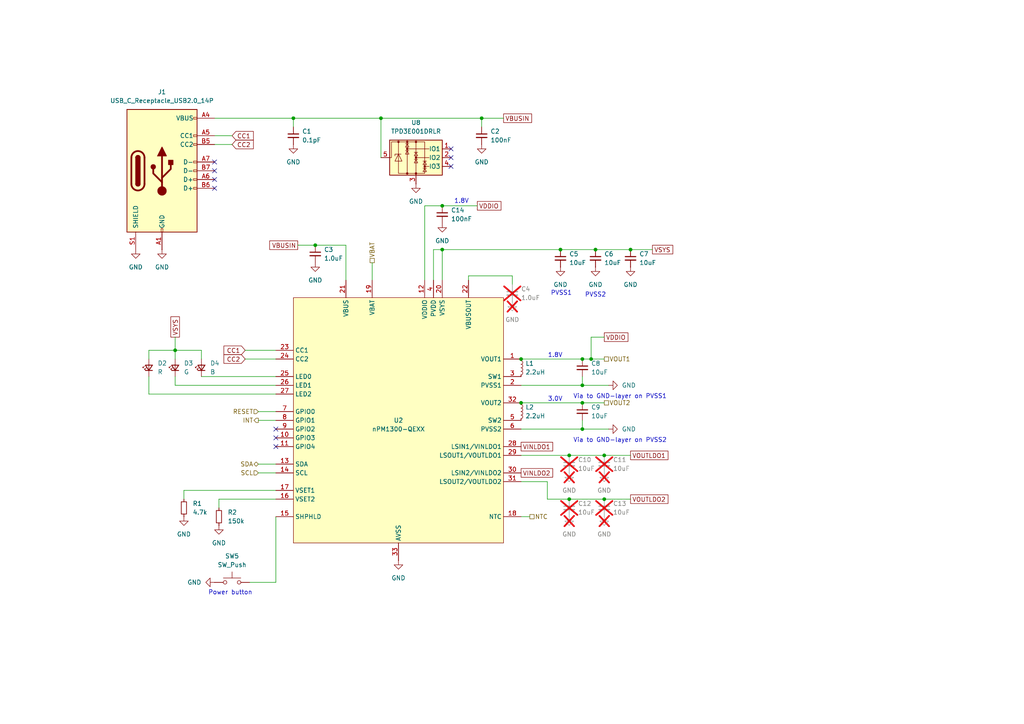
<source format=kicad_sch>
(kicad_sch (version 20231120) (generator "eeschema") (generator_version "8.0")
  (paper "A4")
  (lib_symbols
    (symbol "Connector:USB_C_Receptacle_USB2.0_14P" (pin_names (offset 1.016))
      (property "Reference" "J" (at 0 22.225 0))
      (property "Value" "USB_C_Receptacle_USB2.0_14P" (at 0 19.685 0))
      (symbol "USB_C_Receptacle_USB2.0_14P_0_0"
        (rectangle (start -0.254 -17.78) (end 0.254 -16.764))
        (rectangle (start 10.16 -4.826) (end 9.144 -5.334))
        (rectangle (start 10.16 -2.286) (end 9.144 -2.794))
        (rectangle (start 10.16 0.254) (end 9.144 -0.254))
        (rectangle (start 10.16 2.794) (end 9.144 2.286))
        (rectangle (start 10.16 7.874) (end 9.144 7.366))
        (rectangle (start 10.16 10.414) (end 9.144 9.906))
        (rectangle (start 10.16 15.494) (end 9.144 14.986))
      )
      (symbol "USB_C_Receptacle_USB2.0_14P_0_1"
        (rectangle (start -10.16 17.78) (end 10.16 -17.78) (stroke (width 0.254)) (fill (type background)))
        (arc (start -8.89 -3.81) (mid -6.985 -5.7067) (end -5.08 -3.81) (stroke (width 0.508)))
        (arc (start -7.62 -3.81) (mid -6.985 -4.4423) (end -6.35 -3.81) (stroke (width 0.254)))
        (arc (start -7.62 -3.81) (mid -6.985 -4.4423) (end -6.35 -3.81) (stroke (width 0.254)) (fill (type outline)))
        (rectangle (start -7.62 -3.81) (end -6.35 3.81) (stroke (width 0.254)) (fill (type outline)))
        (arc (start -6.35 3.81) (mid -6.985 4.4423) (end -7.62 3.81) (stroke (width 0.254)))
        (arc (start -6.35 3.81) (mid -6.985 4.4423) (end -7.62 3.81) (stroke (width 0.254)) (fill (type outline)))
        (arc (start -5.08 3.81) (mid -6.985 5.7067) (end -8.89 3.81) (stroke (width 0.508)))
        (circle (center -2.54 1.143) (radius 0.635) (stroke (width 0.254)) (fill (type outline)))
        (circle (center 0 -5.842) (radius 1.27) (fill (type outline)))
        (polyline (pts (xy -8.89 -3.81) (xy -8.89 3.81)) (stroke (width 0.508)))
        (polyline (pts (xy -5.08 3.81) (xy -5.08 -3.81)) (stroke (width 0.508)))
        (polyline (pts (xy 0 -5.842) (xy 0 4.318)) (stroke (width 0.508)))
        (polyline (pts (xy 0 -3.302) (xy -2.54 -0.762) (xy -2.54 0.508)) (stroke (width 0.508)))
        (polyline (pts (xy 0 -2.032) (xy 2.54 0.508) (xy 2.54 1.778)) (stroke (width 0.508)))
        (polyline (pts (xy -1.27 4.318) (xy 0 6.858) (xy 1.27 4.318) (xy -1.27 4.318)) (stroke (width 0.254)) (fill (type outline)))
        (rectangle (start 1.905 1.778) (end 3.175 3.048) (stroke (width 0.254)) (fill (type outline)))
      )
      (symbol "USB_C_Receptacle_USB2.0_14P_1_1"
        (pin passive line (at 0 -22.86 90) (length 5.08) (name "GND") (number "A1"))
        (pin passive line (at 0 -22.86 90) (length 5.08) hide (name "GND") (number "A12"))
        (pin passive line (at 15.24 15.24 180) (length 5.08) (name "VBUS") (number "A4"))
        (pin bidirectional line (at 15.24 10.16 180) (length 5.08) (name "CC1") (number "A5"))
        (pin bidirectional line (at 15.24 -2.54 180) (length 5.08) (name "D+") (number "A6"))
        (pin bidirectional line (at 15.24 2.54 180) (length 5.08) (name "D-") (number "A7"))
        (pin passive line (at 15.24 15.24 180) (length 5.08) hide (name "VBUS") (number "A9"))
        (pin passive line (at 0 -22.86 90) (length 5.08) hide (name "GND") (number "B1"))
        (pin passive line (at 0 -22.86 90) (length 5.08) hide (name "GND") (number "B12"))
        (pin passive line (at 15.24 15.24 180) (length 5.08) hide (name "VBUS") (number "B4"))
        (pin bidirectional line (at 15.24 7.62 180) (length 5.08) (name "CC2") (number "B5"))
        (pin bidirectional line (at 15.24 -5.08 180) (length 5.08) (name "D+") (number "B6"))
        (pin bidirectional line (at 15.24 0 180) (length 5.08) (name "D-") (number "B7"))
        (pin passive line (at 15.24 15.24 180) (length 5.08) hide (name "VBUS") (number "B9"))
        (pin passive line (at -7.62 -22.86 90) (length 5.08) (name "SHIELD") (number "S1"))
      )
    )
    (symbol "Device:C_Small" (pin_numbers hide) (pin_names (offset 0.254) hide)
      (property "Reference" "C" (at 0.254 1.778 0))
      (property "Value" "C_Small" (at 0.254 -2.032 0))
      (symbol "C_Small_0_1"
        (polyline (pts (xy -1.524 -0.508) (xy 1.524 -0.508)) (stroke (width 0.3302)))
        (polyline (pts (xy -1.524 0.508) (xy 1.524 0.508)) (stroke (width 0.3048)))
      )
      (symbol "C_Small_1_1"
        (pin passive line (at 0 2.54 270) (length 2.032) (name "~") (number "1"))
        (pin passive line (at 0 -2.54 90) (length 2.032) (name "~") (number "2"))
      )
    )
    (symbol "Device:LED_Small" (pin_numbers hide) (pin_names (offset 0.254) hide)
      (property "Reference" "D" (at -1.27 3.175 0))
      (property "Value" "LED_Small" (at -4.445 -2.54 0))
      (symbol "LED_Small_0_1"
        (polyline (pts (xy -0.762 -1.016) (xy -0.762 1.016)) (stroke (width 0.254)))
        (polyline (pts (xy 1.016 0) (xy -0.762 0)))
        (polyline (pts (xy 0.762 -1.016) (xy -0.762 0) (xy 0.762 1.016) (xy 0.762 -1.016)) (stroke (width 0.254)))
        (polyline (pts (xy 0 0.762) (xy -0.508 1.27) (xy -0.254 1.27) (xy -0.508 1.27) (xy -0.508 1.016)))
        (polyline (pts (xy 0.508 1.27) (xy 0 1.778) (xy 0.254 1.778) (xy 0 1.778) (xy 0 1.524)))
      )
      (symbol "LED_Small_1_1"
        (pin passive line (at -2.54 0 0) (length 1.778) (name "K") (number "1"))
        (pin passive line (at 2.54 0 180) (length 1.778) (name "A") (number "2"))
      )
    )
    (symbol "Device:L_Small" (pin_numbers hide) (pin_names (offset 0.254) hide)
      (property "Reference" "L" (at 0.762 1.016 0))
      (property "Value" "L_Small" (at 0.762 -1.016 0))
      (symbol "L_Small_0_1"
        (arc (start 0 -2.032) (mid 0.5058 -1.524) (end 0 -1.016))
        (arc (start 0 -1.016) (mid 0.5058 -0.508) (end 0 0))
        (arc (start 0 0) (mid 0.5058 0.508) (end 0 1.016))
        (arc (start 0 1.016) (mid 0.5058 1.524) (end 0 2.032))
      )
      (symbol "L_Small_1_1"
        (pin passive line (at 0 2.54 270) (length 0.508) (name "~") (number "1"))
        (pin passive line (at 0 -2.54 90) (length 0.508) (name "~") (number "2"))
      )
    )
    (symbol "Device:R_Small" (pin_numbers hide) (pin_names (offset 0.254) hide)
      (property "Reference" "R" (at 0.762 0.508 0))
      (property "Value" "R_Small" (at 0.762 -1.016 0))
      (symbol "R_Small_0_1"
        (rectangle (start -0.762 1.778) (end 0.762 -1.778) (stroke (width 0.2032)))
      )
      (symbol "R_Small_1_1"
        (pin passive line (at 0 2.54 270) (length 0.762) (name "~") (number "1"))
        (pin passive line (at 0 -2.54 90) (length 0.762) (name "~") (number "2"))
      )
    )
    (symbol "PCM_nordic-lib-kicad-npm:nPM1300-QEXX"
      (property "Reference" "U" (at 0 0 0))
      (property "Value" "nPM1300-QEXX" (at 0 -2.54 0))
      (symbol "nPM1300-QEXX_0_0"
        (pin power_out line (at 35.56 17.78 180) (length 5.08) (name "VOUT1") (number "1"))
        (pin bidirectional line (at -35.56 -5.08 0) (length 5.08) (name "GPIO3") (number "10"))
        (pin bidirectional line (at -35.56 -7.62 0) (length 5.08) (name "GPIO4") (number "11"))
        (pin power_in line (at 7.62 40.64 270) (length 5.08) (name "VDDIO") (number "12"))
        (pin bidirectional line (at -35.56 -12.7 0) (length 5.08) (name "SDA") (number "13"))
        (pin bidirectional line (at -35.56 -15.24 0) (length 5.08) (name "SCL") (number "14"))
        (pin input line (at -35.56 -27.94 0) (length 5.08) (name "SHPHLD") (number "15"))
        (pin passive line (at -35.56 -22.86 0) (length 5.08) (name "VSET2") (number "16"))
        (pin passive line (at -35.56 -20.32 0) (length 5.08) (name "VSET1") (number "17"))
        (pin passive line (at 35.56 -27.94 180) (length 5.08) (name "NTC") (number "18"))
        (pin power_in line (at -7.62 40.64 270) (length 5.08) (name "VBAT") (number "19"))
        (pin power_out line (at 12.7 40.64 270) (length 5.08) (name "VSYS") (number "20"))
        (pin power_in line (at -15.24 40.64 270) (length 5.08) (name "VBUS") (number "21"))
        (pin power_out line (at 20.32 40.64 270) (length 5.08) (name "VBUSOUT") (number "22"))
        (pin bidirectional line (at -35.56 20.32 0) (length 5.08) (name "CC1") (number "23"))
        (pin bidirectional line (at -35.56 17.78 0) (length 5.08) (name "CC2") (number "24"))
        (pin open_collector line (at -35.56 12.7 0) (length 5.08) (name "LED0") (number "25"))
        (pin open_collector line (at -35.56 10.16 0) (length 5.08) (name "LED1") (number "26"))
        (pin open_collector line (at -35.56 7.62 0) (length 5.08) (name "LED2") (number "27"))
        (pin output line (at 35.56 -10.16 180) (length 5.08) (name "LSOUT1/VOUTLDO1") (number "29"))
        (pin passive line (at 35.56 12.7 180) (length 5.08) (name "SW1") (number "3"))
        (pin input line (at 35.56 -15.24 180) (length 5.08) (name "LSIN2/VINLDO2") (number "30"))
        (pin output line (at 35.56 -17.78 180) (length 5.08) (name "LSOUT2/VOUTLDO2") (number "31"))
        (pin power_out line (at 35.56 5.08 180) (length 5.08) (name "VOUT2") (number "32"))
        (pin power_in line (at 0 -40.64 90) (length 5.08) (name "AVSS") (number "33"))
        (pin power_in line (at 10.16 40.64 270) (length 5.08) (name "PVDD") (number "4"))
        (pin passive line (at 35.56 0 180) (length 5.08) (name "SW2") (number "5"))
        (pin bidirectional line (at -35.56 2.54 0) (length 5.08) (name "GPIO0") (number "7"))
        (pin bidirectional line (at -35.56 0 0) (length 5.08) (name "GPIO1") (number "8"))
        (pin bidirectional line (at -35.56 -2.54 0) (length 5.08) (name "GPIO2") (number "9"))
      )
      (symbol "nPM1300-QEXX_1_0"
        (pin power_in line (at 35.56 10.16 180) (length 5.08) (name "PVSS1") (number "2"))
        (pin input line (at 35.56 -7.62 180) (length 5.08) (name "LSIN1/VINLDO1") (number "28"))
        (pin power_in line (at 35.56 -2.54 180) (length 5.08) (name "PVSS2") (number "6"))
      )
      (symbol "nPM1300-QEXX_1_1"
        (rectangle (start -30.48 35.56) (end 30.48 -35.56) (fill (type background)))
      )
    )
    (symbol "Power_Protection:TPD3E001DRLR"
      (property "Reference" "U" (at -5.08 6.35 0))
      (property "Value" "TPD3E001DRLR" (at 8.89 -7.62 0))
      (symbol "TPD3E001DRLR_0_1"
        (rectangle (start -7.62 5.08) (end 7.62 -5.08) (stroke (width 0.254)) (fill (type background)))
        (circle (center -5.08 4.572) (radius 0.254) (fill (type outline)))
        (circle (center -2.54 -4.572) (radius 0.254) (fill (type outline)))
        (circle (center -2.54 2.54) (radius 0.254) (fill (type outline)))
        (circle (center -2.54 4.572) (radius 0.254) (fill (type outline)))
        (circle (center 0 -4.572) (radius 0.254) (fill (type outline)))
        (polyline (pts (xy -2.54 2.54) (xy 3.81 2.54)))
        (polyline (pts (xy -2.54 4.572) (xy -2.54 -4.572)))
        (polyline (pts (xy -2.032 2.032) (xy -3.048 2.032)))
        (polyline (pts (xy -2.032 4.064) (xy -3.048 4.064)))
        (polyline (pts (xy 0 -5.08) (xy 0 4.572)))
        (polyline (pts (xy 0 0) (xy 3.81 0)))
        (polyline (pts (xy 0.508 -0.508) (xy -0.508 -0.508)))
        (polyline (pts (xy 0.508 1.524) (xy -0.508 1.524)))
        (polyline (pts (xy 2.54 -2.54) (xy 3.81 -2.54)))
        (polyline (pts (xy 3.048 -3.048) (xy 2.032 -3.048)))
        (polyline (pts (xy 3.048 -1.016) (xy 2.032 -1.016)))
        (polyline (pts (xy -4.318 1.016) (xy -6.096 1.016) (xy -6.096 0.508)))
        (polyline (pts (xy -7.62 0) (xy -7.112 0) (xy -7.112 4.572) (xy -5.08 4.572)))
        (polyline (pts (xy -5.08 1.016) (xy -6.096 -1.016) (xy -4.064 -1.016) (xy -5.08 1.016)))
        (polyline (pts (xy -2.54 2.032) (xy -3.048 1.016) (xy -2.032 1.016) (xy -2.54 2.032)))
        (polyline (pts (xy -2.54 4.064) (xy -3.048 3.048) (xy -2.032 3.048) (xy -2.54 4.064)))
        (polyline (pts (xy 0 -0.508) (xy -0.508 -1.524) (xy 0.508 -1.524) (xy 0 -0.508)))
        (polyline (pts (xy 0 1.524) (xy -0.508 0.508) (xy 0.508 0.508) (xy 0 1.524)))
        (polyline (pts (xy 2.54 -3.048) (xy 2.032 -4.064) (xy 3.048 -4.064) (xy 2.54 -3.048)))
        (polyline (pts (xy 2.54 -1.016) (xy 2.032 -2.032) (xy 3.048 -2.032) (xy 2.54 -1.016)))
        (circle (center 0 0) (radius 0.254) (fill (type outline)))
        (circle (center 0 4.572) (radius 0.254) (fill (type outline)))
        (rectangle (start 2.54 -4.572) (end -5.08 4.572))
        (circle (center 2.54 -2.54) (radius 0.254) (fill (type outline)))
      )
      (symbol "TPD3E001DRLR_1_1"
        (pin passive line (at 10.16 2.54 180) (length 2.54) (name "IO1") (number "1"))
        (pin passive line (at 10.16 0 180) (length 2.54) (name "IO2") (number "2"))
        (pin passive line (at 0 -7.62 90) (length 2.54) (name "~") (number "3"))
        (pin passive line (at 10.16 -2.54 180) (length 2.54) (name "IO3") (number "4"))
        (pin passive line (at -10.16 0 0) (length 2.54) (name "~") (number "5"))
      )
    )
    (symbol "Switch:SW_Push" (pin_numbers hide) (pin_names (offset 1.016) hide)
      (property "Reference" "SW" (at 1.27 2.54 0))
      (property "Value" "SW_Push" (at 0 -1.524 0))
      (symbol "SW_Push_0_1"
        (circle (center -2.032 0) (radius 0.508))
        (polyline (pts (xy 0 1.27) (xy 0 3.048)))
        (polyline (pts (xy 2.54 1.27) (xy -2.54 1.27)))
        (circle (center 2.032 0) (radius 0.508))
        (pin passive line (at -5.08 0 0) (length 2.54) (name "1") (number "1"))
        (pin passive line (at 5.08 0 180) (length 2.54) (name "2") (number "2"))
      )
    )
    (symbol "power:GND" (power) (pin_numbers hide) (pin_names (offset 0) hide)
      (property "Value" "GND" (at 0 -3.81 0))
      (symbol "GND_0_1"
        (polyline (pts (xy 0 0) (xy 0 -1.27) (xy 1.27 -1.27) (xy 0 -2.54) (xy -1.27 -1.27) (xy 0 -1.27)))
      )
      (symbol "GND_1_1"
        (pin power_in line (at 0 0 270) (length 0) (name "~") (number "1"))
      )
    )
  )
  (junction (at 85.09 34.29))
  (junction (at 110.49 34.29))
  (junction (at 172.72 72.39))
  (junction (at 128.27 72.39))
  (junction (at 165.1 132.08))
  (junction (at 165.1 144.78))
  (junction (at 171.45 104.14))
  (junction (at 168.91 116.84))
  (junction (at 151.13 116.84))
  (junction (at 151.13 104.14))
  (junction (at 139.7 34.29))
  (junction (at 175.26 132.08))
  (junction (at 182.88 72.39))
  (junction (at 162.56 72.39))
  (junction (at 175.26 144.78))
  (junction (at 50.8 101.6))
  (junction (at 91.44 71.12))
  (junction (at 168.91 111.76))
  (junction (at 168.91 104.14))
  (junction (at 168.91 124.46))
  (junction (at 128.27 59.69))
  (no_connect (at 80.01 124.46))
  (no_connect (at 130.81 43.18))
  (no_connect (at 80.01 127))
  (no_connect (at 62.23 46.99))
  (no_connect (at 62.23 54.61))
  (no_connect (at 80.01 129.54))
  (no_connect (at 130.81 48.26))
  (no_connect (at 62.23 52.07))
  (no_connect (at 62.23 49.53))
  (no_connect (at 130.81 45.72))
  (wire (pts (xy 151.13 132.08) (xy 165.1 132.08)))
  (wire (pts (xy 85.09 34.29) (xy 85.09 36.83)))
  (wire (pts (xy 43.18 114.3) (xy 80.01 114.3)))
  (wire (pts (xy 139.7 34.29) (xy 146.05 34.29)))
  (wire (pts (xy 158.75 144.78) (xy 165.1 144.78)))
  (wire (pts (xy 165.1 144.78) (xy 175.26 144.78)))
  (wire (pts (xy 139.7 34.29) (xy 139.7 36.83)))
  (wire (pts (xy 80.01 149.86) (xy 80.01 168.91)))
  (wire (pts (xy 172.72 72.39) (xy 162.56 72.39)))
  (wire (pts (xy 74.93 121.92) (xy 80.01 121.92)))
  (wire (pts (xy 100.33 71.12) (xy 91.44 71.12)))
  (wire (pts (xy 74.93 137.16) (xy 80.01 137.16)))
  (wire (pts (xy 151.13 139.7) (xy 158.75 139.7)))
  (wire (pts (xy 151.13 149.86) (xy 153.67 149.86)))
  (wire (pts (xy 168.91 116.84) (xy 175.26 116.84)))
  (wire (pts (xy 175.26 132.08) (xy 182.88 132.08)))
  (wire (pts (xy 125.73 81.28) (xy 125.73 72.39)))
  (wire (pts (xy 63.5 144.78) (xy 63.5 147.32)))
  (wire (pts (xy 43.18 101.6) (xy 50.8 101.6)))
  (wire (pts (xy 168.91 109.22) (xy 168.91 111.76)))
  (wire (pts (xy 168.91 124.46) (xy 176.53 124.46)))
  (wire (pts (xy 110.49 34.29) (xy 139.7 34.29)))
  (wire (pts (xy 128.27 59.69) (xy 138.43 59.69)))
  (wire (pts (xy 135.89 81.28) (xy 135.89 80.01)))
  (wire (pts (xy 62.23 34.29) (xy 85.09 34.29)))
  (wire (pts (xy 53.34 142.24) (xy 53.34 144.78)))
  (wire (pts (xy 71.12 104.14) (xy 80.01 104.14)))
  (wire (pts (xy 151.13 124.46) (xy 168.91 124.46)))
  (wire (pts (xy 171.45 104.14) (xy 175.26 104.14)))
  (wire (pts (xy 80.01 144.78) (xy 63.5 144.78)))
  (wire (pts (xy 165.1 132.08) (xy 175.26 132.08)))
  (wire (pts (xy 175.26 144.78) (xy 182.88 144.78)))
  (wire (pts (xy 125.73 72.39) (xy 128.27 72.39)))
  (wire (pts (xy 128.27 72.39) (xy 128.27 81.28)))
  (wire (pts (xy 168.91 104.14) (xy 171.45 104.14)))
  (wire (pts (xy 110.49 34.29) (xy 110.49 45.72)))
  (wire (pts (xy 50.8 101.6) (xy 50.8 104.14)))
  (wire (pts (xy 74.93 119.38) (xy 80.01 119.38)))
  (wire (pts (xy 71.12 101.6) (xy 80.01 101.6)))
  (wire (pts (xy 168.91 121.92) (xy 168.91 124.46)))
  (wire (pts (xy 74.93 134.62) (xy 80.01 134.62)))
  (wire (pts (xy 135.89 80.01) (xy 148.59 80.01)))
  (wire (pts (xy 80.01 142.24) (xy 53.34 142.24)))
  (wire (pts (xy 50.8 111.76) (xy 50.8 109.22)))
  (wire (pts (xy 80.01 111.76) (xy 50.8 111.76)))
  (wire (pts (xy 43.18 109.22) (xy 43.18 114.3)))
  (wire (pts (xy 123.19 59.69) (xy 123.19 81.28)))
  (wire (pts (xy 148.59 80.01) (xy 148.59 82.55)))
  (wire (pts (xy 168.91 111.76) (xy 176.53 111.76)))
  (wire (pts (xy 58.42 109.22) (xy 80.01 109.22)))
  (wire (pts (xy 67.31 39.37) (xy 62.23 39.37)))
  (wire (pts (xy 151.13 104.14) (xy 168.91 104.14)))
  (wire (pts (xy 151.13 111.76) (xy 168.91 111.76)))
  (wire (pts (xy 189.23 72.39) (xy 182.88 72.39)))
  (wire (pts (xy 43.18 104.14) (xy 43.18 101.6)))
  (wire (pts (xy 158.75 139.7) (xy 158.75 144.78)))
  (wire (pts (xy 175.26 97.79) (xy 171.45 97.79)))
  (wire (pts (xy 80.01 168.91) (xy 72.39 168.91)))
  (wire (pts (xy 50.8 97.79) (xy 50.8 101.6)))
  (wire (pts (xy 162.56 72.39) (xy 128.27 72.39)))
  (wire (pts (xy 171.45 97.79) (xy 171.45 104.14)))
  (wire (pts (xy 107.95 76.2) (xy 107.95 81.28)))
  (wire (pts (xy 58.42 101.6) (xy 50.8 101.6)))
  (wire (pts (xy 85.09 34.29) (xy 110.49 34.29)))
  (wire (pts (xy 58.42 104.14) (xy 58.42 101.6)))
  (wire (pts (xy 182.88 72.39) (xy 172.72 72.39)))
  (wire (pts (xy 86.36 71.12) (xy 91.44 71.12)))
  (wire (pts (xy 151.13 116.84) (xy 168.91 116.84)))
  (wire (pts (xy 128.27 59.69) (xy 123.19 59.69)))
  (wire (pts (xy 62.23 41.91) (xy 67.31 41.91)))
  (wire (pts (xy 100.33 81.28) (xy 100.33 71.12)))
  (text "Via to GND-layer on PVSS1" (at 179.832 115.062 0) (effects (font (size 1.27 1.27))))
  (text "PVSS2" (at 172.72 85.598 0) (effects (font (size 1.27 1.27))))
  (text "Via to GND-layer on PVSS2" (at 179.832 127.762 0) (effects (font (size 1.27 1.27))))
  (text "Power button" (at 66.802 171.958 0) (effects (font (size 1.27 1.27))))
  (text "1.8V" (at 133.858 58.42 0) (effects (font (size 1.27 1.27))))
  (text "PVSS1" (at 162.814 85.09 0) (effects (font (size 1.27 1.27))))
  (text "3.0V" (at 161.036 115.824 0) (effects (font (size 1.27 1.27))))
  (text "1.8V" (at 161.036 103.124 0) (effects (font (size 1.27 1.27))))
  (global_label "VSYS" (shape passive) (at 189.23 72.39 0) (property "Intersheetrefs" "${INTERSHEET_REFS}" (effects (hide yes))))
  (global_label "CC1" (shape input) (at 71.12 101.6 180) (property "Intersheetrefs" "${INTERSHEET_REFS}" (effects (hide yes))))
  (global_label "CC2" (shape input) (at 67.31 41.91 0) (property "Intersheetrefs" "${INTERSHEET_REFS}" (effects (hide yes))))
  (global_label "VINLDO2" (shape passive) (at 151.13 137.16 0) (property "Intersheetrefs" "${INTERSHEET_REFS}" (effects (hide yes))))
  (global_label "VBUSIN" (shape passive) (at 146.05 34.29 0) (property "Intersheetrefs" "${INTERSHEET_REFS}" (effects (hide yes))))
  (global_label "VDDIO" (shape passive) (at 175.26 97.79 0) (property "Intersheetrefs" "${INTERSHEET_REFS}" (effects (hide yes))))
  (global_label "CC2" (shape input) (at 71.12 104.14 180) (property "Intersheetrefs" "${INTERSHEET_REFS}" (effects (hide yes))))
  (global_label "VOUTLDO2" (shape passive) (at 182.88 144.78 0) (property "Intersheetrefs" "${INTERSHEET_REFS}" (effects (hide yes))))
  (global_label "CC1" (shape input) (at 67.31 39.37 0) (property "Intersheetrefs" "${INTERSHEET_REFS}" (effects (hide yes))))
  (global_label "VINLDO1" (shape passive) (at 151.13 129.54 0) (property "Intersheetrefs" "${INTERSHEET_REFS}" (effects (hide yes))))
  (global_label "VBUSIN" (shape passive) (at 86.36 71.12 180) (property "Intersheetrefs" "${INTERSHEET_REFS}" (effects (hide yes))))
  (global_label "VDDIO" (shape passive) (at 138.43 59.69 0) (property "Intersheetrefs" "${INTERSHEET_REFS}" (effects (hide yes))))
  (global_label "VSYS" (shape passive) (at 50.8 97.79 90) (property "Intersheetrefs" "${INTERSHEET_REFS}" (effects (hide yes))))
  (global_label "VOUTLDO1" (shape passive) (at 182.88 132.08 0) (property "Intersheetrefs" "${INTERSHEET_REFS}" (effects (hide yes))))
  (hierarchical_label "RESET" (shape input) (at 74.93 119.38 180))
  (hierarchical_label "NTC" (shape passive) (at 153.67 149.86 0))
  (hierarchical_label "SDA" (shape bidirectional) (at 74.93 134.62 180))
  (hierarchical_label "VBAT" (shape passive) (at 107.95 76.2 90))
  (hierarchical_label "INT" (shape output) (at 74.93 121.92 180))
  (hierarchical_label "VOUT2" (shape passive) (at 175.26 116.84 0))
  (hierarchical_label "SCL" (shape input) (at 74.93 137.16 180))
  (hierarchical_label "VOUT1" (shape passive) (at 175.26 104.14 0))
  (symbol (lib_id "Device:C_Small") (at 172.72 74.93 0) (unit 1)
    (property "Reference" "C6" (at 175.26 73.6662 0) (effects (justify left)))
    (property "Value" "10uF" (at 175.26 76.2062 0) (effects (justify left)))
    (property "Footprint" "Capacitor_SMD:C_0402_1005Metric" (effects (hide yes)))
    (property "Description" "Unpolarized capacitor, small symbol" (effects (hide yes)))
  )
  (symbol (lib_id "power:GND") (at 53.34 149.86 0) (unit 1)
    (property "Reference" "#PWR07" (effects (hide yes)))
    (property "Value" "GND" (at 53.34 154.94 0))
    (property "Description" "Power symbol creates a global label with name \"GND\" , ground" (effects (hide yes)))
  )
  (symbol (lib_id "Device:C_Small") (at 139.7 39.37 0) (unit 1)
    (property "Reference" "C2" (at 142.24 38.1062 0) (effects (justify left)))
    (property "Value" "100nF" (at 142.24 40.6462 0) (effects (justify left)))
    (property "Footprint" "Capacitor_SMD:C_0402_1005Metric" (effects (hide yes)))
    (property "Description" "Unpolarized capacitor, small symbol" (effects (hide yes)))
  )
  (symbol (lib_id "Connector:USB_C_Receptacle_USB2.0_14P") (at 46.99 49.53 0) (unit 1)
    (property "Reference" "J1" (at 46.99 26.67 0))
    (property "Value" "USB_C_Receptacle_USB2.0_14P" (at 46.99 29.21 0))
    (property "Footprint" "Connector_USB:USB_C_Receptacle_GCT_USB4105-xx-A_16P_TopMnt_Horizontal" (effects (hide yes)))
    (property "Datasheet" "https://www.usb.org/sites/default/files/documents/usb_type-c.zip" (effects (hide yes)))
    (property "Description" "USB 2.0-only 14P Type-C Receptacle connector" (effects (hide yes)))
  )
  (symbol (lib_id "power:GND") (at 39.37 72.39 0) (unit 1)
    (property "Reference" "#PWR059" (effects (hide yes)))
    (property "Value" "GND" (at 39.37 77.47 0))
    (property "Description" "Power symbol creates a global label with name \"GND\" , ground" (effects (hide yes)))
  )
  (symbol (lib_id "power:GND") (at 46.99 72.39 0) (unit 1)
    (property "Reference" "#PWR01" (effects (hide yes)))
    (property "Value" "GND" (at 46.99 77.47 0))
    (property "Description" "Power symbol creates a global label with name \"GND\" , ground" (effects (hide yes)))
  )
  (symbol (lib_id "power:GND") (at 91.44 76.2 0) (unit 1)
    (property "Reference" "#PWR05" (effects (hide yes)))
    (property "Value" "GND" (at 91.44 81.28 0))
    (property "Description" "Power symbol creates a global label with name \"GND\" , ground" (effects (hide yes)))
  )
  (symbol (lib_id "PCM_nordic-lib-kicad-npm:nPM1300-QEXX") (at 115.57 121.92 0) (unit 1)
    (property "Reference" "U2" (at 115.57 121.92 0))
    (property "Value" "nPM1300-QEXX" (at 115.57 124.46 0))
    (property "Footprint" "Package_DFN_QFN:QFN-32-1EP_5x5mm_P0.5mm_EP3.6x3.6mm_ThermalVias" (effects (hide yes)))
    (property "Datasheet" "https://docs.nordicsemi.com/bundle/ps_npm1300" (effects (hide yes)))
    (property "Description" "PMIC, LED Driver, Battery Charger, QFN-32" (effects (hide yes)))
  )
  (symbol (lib_id "Device:R_Small") (at 53.34 147.32 0) (unit 1)
    (property "Reference" "R1" (at 55.88 146.0499 0) (effects (justify left)))
    (property "Value" "4.7k" (at 55.88 148.5899 0) (effects (justify left)))
    (property "Footprint" "Resistor_SMD:R_0402_1005Metric" (effects (hide yes)))
    (property "Description" "Resistor, small symbol" (effects (hide yes)))
  )
  (symbol (lib_id "Device:LED_Small") (at 43.18 106.68 90) (unit 1)
    (property "Reference" "D2" (at 45.72 105.3464 90) (effects (justify right)))
    (property "Value" "R" (at 45.72 107.8864 90) (effects (justify right)))
    (property "Footprint" "LED_SMD:LED_0805_2012Metric" (effects (hide yes)))
    (property "Description" "Light emitting diode, small symbol" (effects (hide yes)))
  )
  (symbol (lib_id "power:GND") (at 182.88 77.47 0) (unit 1)
    (property "Reference" "#PWR010" (effects (hide yes)))
    (property "Value" "GND" (at 182.88 82.55 0))
    (property "Description" "Power symbol creates a global label with name \"GND\" , ground" (effects (hide yes)))
  )
  (symbol (lib_id "power:GND") (at 85.09 41.91 0) (unit 1)
    (property "Reference" "#PWR03" (effects (hide yes)))
    (property "Value" "GND" (at 85.09 46.99 0))
    (property "Description" "Power symbol creates a global label with name \"GND\" , ground" (effects (hide yes)))
  )
  (symbol (lib_id "power:GND") (at 165.1 149.86 0) (unit 1) (on_board no) (dnp yes)
    (property "Reference" "#PWR013" (effects (hide yes)))
    (property "Value" "GND" (at 165.1 154.94 0))
    (property "Description" "Power symbol creates a global label with name \"GND\" , ground" (effects (hide yes)))
  )
  (symbol (lib_id "Device:C_Small") (at 128.27 62.23 0) (unit 1)
    (property "Reference" "C14" (at 130.81 60.9662 0) (effects (justify left)))
    (property "Value" "100nF" (at 130.81 63.5062 0) (effects (justify left)))
    (property "Footprint" "Capacitor_SMD:C_0402_1005Metric" (effects (hide yes)))
    (property "Description" "Unpolarized capacitor, small symbol" (effects (hide yes)))
  )
  (symbol (lib_id "power:GND") (at 148.59 87.63 0) (unit 1) (on_board no) (dnp yes)
    (property "Reference" "#PWR09" (effects (hide yes)))
    (property "Value" "GND" (at 148.59 92.71 0))
    (property "Description" "Power symbol creates a global label with name \"GND\" , ground" (effects (hide yes)))
  )
  (symbol (lib_id "Device:C_Small") (at 168.91 119.38 0) (unit 1)
    (property "Reference" "C9" (at 171.45 118.1162 0) (effects (justify left)))
    (property "Value" "10uF" (at 171.45 120.6562 0) (effects (justify left)))
    (property "Footprint" "Capacitor_SMD:C_0402_1005Metric" (effects (hide yes)))
    (property "Description" "Unpolarized capacitor, small symbol" (effects (hide yes)))
  )
  (symbol (lib_id "power:GND") (at 165.1 137.16 0) (unit 1) (on_board no) (dnp yes)
    (property "Reference" "#PWR011" (effects (hide yes)))
    (property "Value" "GND" (at 165.1 142.24 0))
    (property "Description" "Power symbol creates a global label with name \"GND\" , ground" (effects (hide yes)))
  )
  (symbol (lib_id "Device:C_Small") (at 148.59 85.09 0) (unit 1) (on_board no) (dnp yes)
    (property "Reference" "C4" (at 151.13 83.8262 0) (effects (justify left)))
    (property "Value" "1.0uF" (at 151.13 86.3662 0) (effects (justify left)))
    (property "Footprint" "Capacitor_SMD:C_0402_1005Metric" (effects (hide yes)))
    (property "Description" "Unpolarized capacitor, small symbol" (effects (hide yes)))
  )
  (symbol (lib_id "power:GND") (at 62.23 168.91 270) (unit 1)
    (property "Reference" "#PWR062" (effects (hide yes)))
    (property "Value" "GND" (at 58.42 168.9099 90) (effects (justify right)))
    (property "Description" "Power symbol creates a global label with name \"GND\" , ground" (effects (hide yes)))
  )
  (symbol (lib_id "Device:C_Small") (at 182.88 74.93 0) (unit 1)
    (property "Reference" "C7" (at 185.42 73.6662 0) (effects (justify left)))
    (property "Value" "10uF" (at 185.42 76.2062 0) (effects (justify left)))
    (property "Footprint" "Capacitor_SMD:C_0402_1005Metric" (effects (hide yes)))
    (property "Description" "Unpolarized capacitor, small symbol" (effects (hide yes)))
  )
  (symbol (lib_id "power:GND") (at 175.26 137.16 0) (unit 1) (on_board no) (dnp yes)
    (property "Reference" "#PWR012" (effects (hide yes)))
    (property "Value" "GND" (at 175.26 142.24 0))
    (property "Description" "Power symbol creates a global label with name \"GND\" , ground" (effects (hide yes)))
  )
  (symbol (lib_id "Device:C_Small") (at 165.1 147.32 0) (unit 1) (on_board no) (dnp yes)
    (property "Reference" "C12" (at 167.64 146.0562 0) (effects (justify left)))
    (property "Value" "10uF" (at 167.64 148.5962 0) (effects (justify left)))
    (property "Description" "Unpolarized capacitor, small symbol" (effects (hide yes)))
  )
  (symbol (lib_id "Device:L_Small") (at 151.13 119.38 0) (unit 1)
    (property "Reference" "L2" (at 152.4 118.1099 0) (effects (justify left)))
    (property "Value" "2.2uH" (at 152.4 120.6499 0) (effects (justify left)))
    (property "Footprint" "Library:L0806" (effects (hide yes)))
    (property "Description" "Inductor, small symbol" (effects (hide yes)))
    (property "Model" "MLP2016H2R2MT0S1" (effects (hide yes)))
  )
  (symbol (lib_id "Device:C_Small") (at 175.26 134.62 0) (unit 1) (on_board no) (dnp yes)
    (property "Reference" "C11" (at 177.8 133.3562 0) (effects (justify left)))
    (property "Value" "10uF" (at 177.8 135.8962 0) (effects (justify left)))
    (property "Description" "Unpolarized capacitor, small symbol" (effects (hide yes)))
  )
  (symbol (lib_id "Power_Protection:TPD3E001DRLR") (at 120.65 45.72 0) (unit 1)
    (property "Reference" "U8" (at 120.65 35.56 0))
    (property "Value" "TPD3E001DRLR" (at 120.65 38.1 0))
    (property "Footprint" "Package_TO_SOT_SMD:SOT-553" (effects (hide yes)))
    (property "Datasheet" "http://www.ti.com/lit/ds/symlink/tpd3e001.pdf" (effects (hide yes)))
    (property "Description" "TPD3E001 Low-Capacitance 3-Channel ESD-Protection for High-Speed Data Interfaces" (effects (hide yes)))
  )
  (symbol (lib_id "Switch:SW_Push") (at 67.31 168.91 0) (unit 1)
    (property "Reference" "SW5" (at 67.31 161.29 0))
    (property "Value" "SW_Push" (at 67.31 163.83 0))
    (property "Description" "Push button switch, generic, two pins" (effects (hide yes)))
  )
  (symbol (lib_id "Device:LED_Small") (at 50.8 106.68 90) (unit 1)
    (property "Reference" "D3" (at 53.34 105.3464 90) (effects (justify right)))
    (property "Value" "G" (at 53.34 107.8864 90) (effects (justify right)))
    (property "Footprint" "LED_SMD:LED_0805_2012Metric" (effects (hide yes)))
    (property "Description" "Light emitting diode, small symbol" (effects (hide yes)))
  )
  (symbol (lib_id "Device:R_Small") (at 63.5 149.86 0) (unit 1)
    (property "Reference" "R2" (at 66.04 148.5899 0) (effects (justify left)))
    (property "Value" "150k" (at 66.04 151.1299 0) (effects (justify left)))
    (property "Footprint" "Resistor_SMD:R_0402_1005Metric" (effects (hide yes)))
    (property "Description" "Resistor, small symbol" (effects (hide yes)))
  )
  (symbol (lib_id "Device:C_Small") (at 162.56 74.93 0) (unit 1)
    (property "Reference" "C5" (at 165.1 73.6662 0) (effects (justify left)))
    (property "Value" "10uF" (at 165.1 76.2062 0) (effects (justify left)))
    (property "Footprint" "Capacitor_SMD:C_0402_1005Metric" (effects (hide yes)))
    (property "Description" "Unpolarized capacitor, small symbol" (effects (hide yes)))
  )
  (symbol (lib_id "Device:C_Small") (at 175.26 147.32 0) (unit 1) (on_board no) (dnp yes)
    (property "Reference" "C13" (at 177.8 146.0562 0) (effects (justify left)))
    (property "Value" "10uF" (at 177.8 148.5962 0) (effects (justify left)))
    (property "Description" "Unpolarized capacitor, small symbol" (effects (hide yes)))
  )
  (symbol (lib_id "power:GND") (at 120.65 53.34 0) (unit 1)
    (property "Reference" "#PWR036" (effects (hide yes)))
    (property "Value" "GND" (at 120.65 58.42 0))
    (property "Description" "Power symbol creates a global label with name \"GND\" , ground" (effects (hide yes)))
  )
  (symbol (lib_id "Device:LED_Small") (at 58.42 106.68 90) (unit 1)
    (property "Reference" "D4" (at 60.96 105.3464 90) (effects (justify right)))
    (property "Value" "B" (at 60.96 107.8864 90) (effects (justify right)))
    (property "Footprint" "LED_SMD:LED_0805_2012Metric" (effects (hide yes)))
    (property "Description" "Light emitting diode, small symbol" (effects (hide yes)))
  )
  (symbol (lib_id "power:GND") (at 139.7 41.91 0) (unit 1)
    (property "Reference" "#PWR04" (effects (hide yes)))
    (property "Value" "GND" (at 139.7 46.99 0))
    (property "Description" "Power symbol creates a global label with name \"GND\" , ground" (effects (hide yes)))
  )
  (symbol (lib_id "power:GND") (at 176.53 124.46 90) (unit 1)
    (property "Reference" "#PWR060" (effects (hide yes)))
    (property "Value" "GND" (at 180.34 124.4599 90) (effects (justify right)))
    (property "Description" "Power symbol creates a global label with name \"GND\" , ground" (effects (hide yes)))
  )
  (symbol (lib_id "Device:C_Small") (at 165.1 134.62 0) (unit 1) (on_board no) (dnp yes)
    (property "Reference" "C10" (at 167.64 133.3562 0) (effects (justify left)))
    (property "Value" "10uF" (at 167.64 135.8962 0) (effects (justify left)))
    (property "Description" "Unpolarized capacitor, small symbol" (effects (hide yes)))
  )
  (symbol (lib_id "Device:C_Small") (at 85.09 39.37 0) (unit 1)
    (property "Reference" "C1" (at 87.63 38.1062 0) (effects (justify left)))
    (property "Value" "0.1pF" (at 87.63 40.6462 0) (effects (justify left)))
    (property "Footprint" "Capacitor_SMD:C_0402_1005Metric" (effects (hide yes)))
    (property "Description" "Unpolarized capacitor, small symbol" (effects (hide yes)))
  )
  (symbol (lib_id "Device:L_Small") (at 151.13 106.68 0) (unit 1)
    (property "Reference" "L1" (at 152.4 105.4099 0) (effects (justify left)))
    (property "Value" "2.2uH" (at 152.4 107.9499 0) (effects (justify left)))
    (property "Footprint" "Library:L0806" (effects (hide yes)))
    (property "Description" "Inductor, small symbol" (effects (hide yes)))
    (property "Model" "MLP2016H2R2MT0S1" (effects (hide yes)))
  )
  (symbol (lib_id "Device:C_Small") (at 91.44 73.66 0) (unit 1)
    (property "Reference" "C3" (at 93.98 72.3962 0) (effects (justify left)))
    (property "Value" "1.0uF" (at 93.98 74.9362 0) (effects (justify left)))
    (property "Footprint" "Capacitor_SMD:C_0402_1005Metric" (effects (hide yes)))
    (property "Description" "Unpolarized capacitor, small symbol" (effects (hide yes)))
  )
  (symbol (lib_id "power:GND") (at 176.53 111.76 90) (unit 1)
    (property "Reference" "#PWR054" (effects (hide yes)))
    (property "Value" "GND" (at 180.34 111.7599 90) (effects (justify right)))
    (property "Description" "Power symbol creates a global label with name \"GND\" , ground" (effects (hide yes)))
  )
  (symbol (lib_id "power:GND") (at 128.27 64.77 0) (unit 1)
    (property "Reference" "#PWR015" (effects (hide yes)))
    (property "Value" "GND" (at 128.27 69.85 0))
    (property "Description" "Power symbol creates a global label with name \"GND\" , ground" (effects (hide yes)))
  )
  (symbol (lib_id "power:GND") (at 175.26 149.86 0) (unit 1) (on_board no) (dnp yes)
    (property "Reference" "#PWR014" (effects (hide yes)))
    (property "Value" "GND" (at 175.26 154.94 0))
    (property "Description" "Power symbol creates a global label with name \"GND\" , ground" (effects (hide yes)))
  )
  (symbol (lib_id "power:GND") (at 172.72 77.47 0) (unit 1)
    (property "Reference" "#PWR061" (effects (hide yes)))
    (property "Value" "GND" (at 172.72 82.55 0))
    (property "Description" "Power symbol creates a global label with name \"GND\" , ground" (effects (hide yes)))
  )
  (symbol (lib_id "power:GND") (at 63.5 152.4 0) (unit 1)
    (property "Reference" "#PWR06" (effects (hide yes)))
    (property "Value" "GND" (at 63.5 157.48 0))
    (property "Description" "Power symbol creates a global label with name \"GND\" , ground" (effects (hide yes)))
  )
  (symbol (lib_id "power:GND") (at 162.56 77.47 0) (unit 1)
    (property "Reference" "#PWR055" (effects (hide yes)))
    (property "Value" "GND" (at 162.56 82.55 0))
    (property "Description" "Power symbol creates a global label with name \"GND\" , ground" (effects (hide yes)))
  )
  (symbol (lib_id "power:GND") (at 115.57 162.56 0) (unit 1)
    (property "Reference" "#PWR08" (effects (hide yes)))
    (property "Value" "GND" (at 115.57 167.64 0))
    (property "Description" "Power symbol creates a global label with name \"GND\" , ground" (effects (hide yes)))
  )
  (symbol (lib_id "Device:C_Small") (at 168.91 106.68 0) (unit 1)
    (property "Reference" "C8" (at 171.45 105.4162 0) (effects (justify left)))
    (property "Value" "10uF" (at 171.45 107.9562 0) (effects (justify left)))
    (property "Footprint" "Capacitor_SMD:C_0402_1005Metric" (effects (hide yes)))
    (property "Description" "Unpolarized capacitor, small symbol" (effects (hide yes)))
  )
)
</source>
